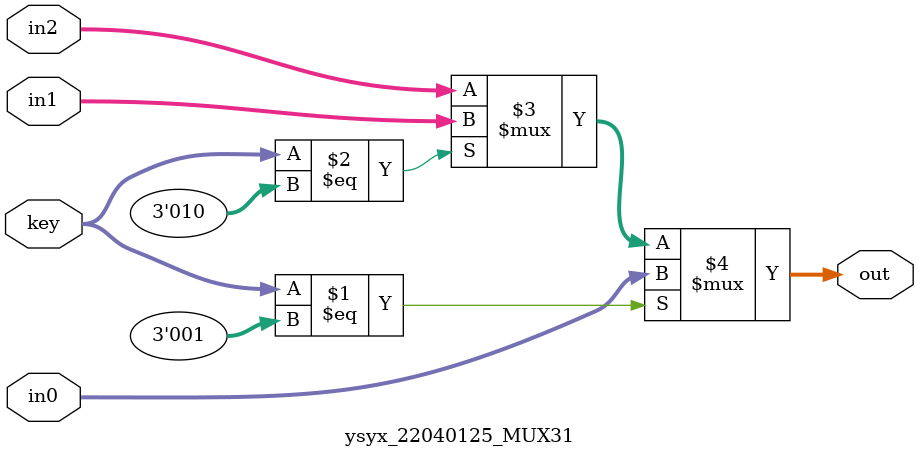
<source format=v>
module ysyx_22040125_MUX31 (
    input  wire[63:0]   in0,
    input  wire[63:0]   in1,
    input  wire[63:0]   in2,
    input  wire[2:0]    key,
    output wire[63:0]   out
);

assign out = (key == 3'b001)? in0: (key == 3'b010)? in1: in2;

endmodule //ysyx_22040125_MUX31

</source>
